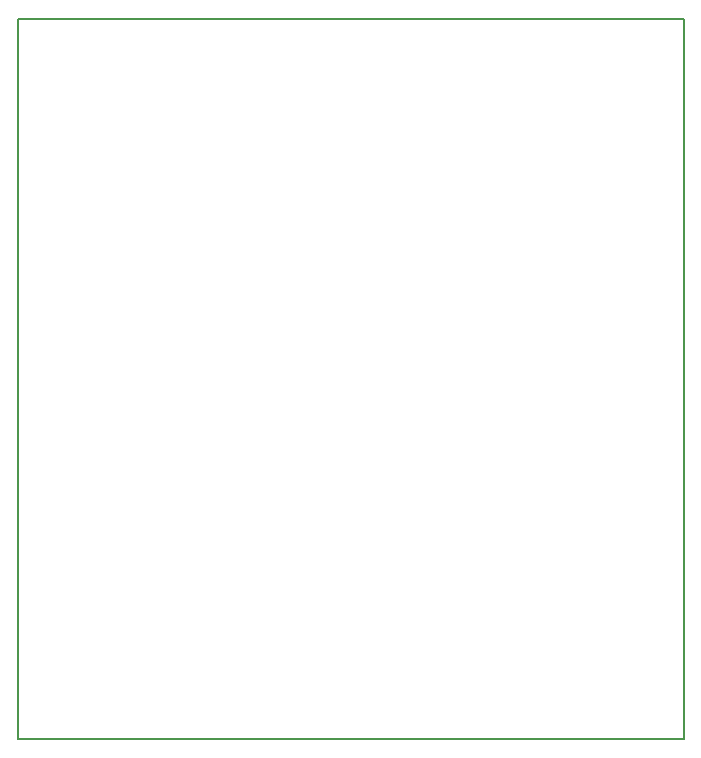
<source format=gm1>
G04 #@! TF.FileFunction,Profile,NP*
%FSLAX46Y46*%
G04 Gerber Fmt 4.6, Leading zero omitted, Abs format (unit mm)*
G04 Created by KiCad (PCBNEW 4.0.7) date Fri Jun  8 12:20:10 2018*
%MOMM*%
%LPD*%
G01*
G04 APERTURE LIST*
%ADD10C,0.100000*%
%ADD11C,0.150000*%
G04 APERTURE END LIST*
D10*
D11*
X143256000Y-123952000D02*
X143256000Y-103632000D01*
X199644000Y-103632000D02*
X199644000Y-123952000D01*
X143256000Y-144272000D02*
X143256000Y-123952000D01*
X199644000Y-144272000D02*
X143256000Y-144272000D01*
X199644000Y-123952000D02*
X199644000Y-144272000D01*
X199644000Y-83312000D02*
X199644000Y-103632000D01*
X143256000Y-83312000D02*
X199644000Y-83312000D01*
X143256000Y-103632000D02*
X143256000Y-83312000D01*
M02*

</source>
